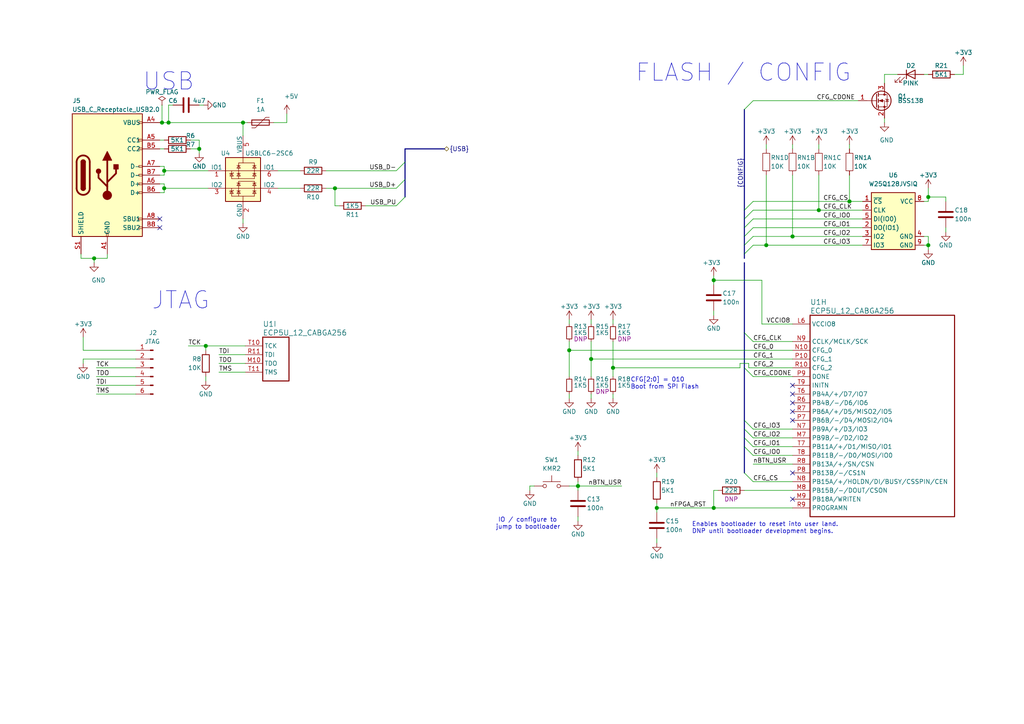
<source format=kicad_sch>
(kicad_sch (version 20200827) (generator eeschema)
  (page 3 5)
  (paper "A4")
  (bus_alias "CONFIG" (members "CFG_CLK" "CFG_IO[0..3]" "CFG_CDONE" "CFG_CS"))
  (junction (at 27.305 74.93) (diameter 1.016))
  (junction (at 46.99 35.56) (diameter 1.016))
  (junction (at 47.625 49.53) (diameter 1.016))
  (junction (at 47.625 54.61) (diameter 1.016))
  (junction (at 48.895 35.56) (diameter 1.016))
  (junction (at 57.785 43.18) (diameter 1.016))
  (junction (at 59.69 100.33) (diameter 1.016))
  (junction (at 70.485 35.56) (diameter 1.016))
  (junction (at 97.155 54.61) (diameter 1.016))
  (junction (at 165.1 101.6) (diameter 1.016))
  (junction (at 167.64 140.97) (diameter 1.016))
  (junction (at 171.45 104.14) (diameter 1.016))
  (junction (at 177.8 106.68) (diameter 1.016))
  (junction (at 190.5 147.32) (diameter 1.016))
  (junction (at 207.01 81.28) (diameter 1.016))
  (junction (at 207.01 147.32) (diameter 1.016))
  (junction (at 222.25 71.12) (diameter 1.016))
  (junction (at 229.87 68.58) (diameter 1.016))
  (junction (at 237.49 60.96) (diameter 1.016))
  (junction (at 246.38 58.42) (diameter 1.016))
  (junction (at 269.24 57.15) (diameter 1.016))
  (junction (at 269.24 71.12) (diameter 1.016))
  (no_connect (at 229.87 121.92))
  (no_connect (at 229.87 111.76))
  (no_connect (at 229.87 144.78))
  (no_connect (at 46.355 63.5))
  (no_connect (at 229.87 114.3))
  (no_connect (at 229.87 119.38))
  (no_connect (at 229.87 116.84))
  (no_connect (at 46.355 66.04))
  (no_connect (at 229.87 137.16))
  (bus_entry (at 114.935 49.53) (size 2.54 -2.54) (stroke (width 0.1524)))
  (bus_entry (at 114.935 54.61) (size 2.54 -2.54) (stroke (width 0.1524)))
  (bus_entry (at 114.935 59.69) (size 2.54 -2.54) (stroke (width 0.1524)))
  (bus_entry (at 215.9 31.75) (size 2.54 -2.54) (stroke (width 0.1524)))
  (bus_entry (at 215.9 96.52) (size 2.54 2.54) (stroke (width 0.1524)))
  (bus_entry (at 215.9 106.68) (size 2.54 2.54) (stroke (width 0.1524)))
  (bus_entry (at 215.9 121.92) (size 2.54 2.54) (stroke (width 0.1524)))
  (bus_entry (at 215.9 124.46) (size 2.54 2.54) (stroke (width 0.1524)))
  (bus_entry (at 215.9 127) (size 2.54 2.54) (stroke (width 0.1524)))
  (bus_entry (at 215.9 129.54) (size 2.54 2.54) (stroke (width 0.1524)))
  (bus_entry (at 215.9 137.16) (size 2.54 2.54) (stroke (width 0.1524)))
  (bus_entry (at 218.44 58.42) (size -2.54 2.54) (stroke (width 0.1524)))
  (bus_entry (at 218.44 60.96) (size -2.54 2.54) (stroke (width 0.1524)))
  (bus_entry (at 218.44 63.5) (size -2.54 2.54) (stroke (width 0.1524)))
  (bus_entry (at 218.44 66.04) (size -2.54 2.54) (stroke (width 0.1524)))
  (bus_entry (at 218.44 68.58) (size -2.54 2.54) (stroke (width 0.1524)))
  (bus_entry (at 218.44 71.12) (size -2.54 2.54) (stroke (width 0.1524)))
  (wire (pts (xy 23.495 73.66) (xy 23.495 74.93)))
  (wire (pts (xy 23.495 74.93) (xy 27.305 74.93)))
  (wire (pts (xy 24.13 97.79) (xy 24.13 101.6)))
  (wire (pts (xy 24.13 101.6) (xy 39.37 101.6)))
  (wire (pts (xy 24.13 104.14) (xy 24.13 105.41)))
  (wire (pts (xy 24.13 104.14) (xy 39.37 104.14)))
  (wire (pts (xy 27.305 74.93) (xy 27.305 76.2)))
  (wire (pts (xy 27.305 74.93) (xy 31.115 74.93)))
  (wire (pts (xy 27.94 106.68) (xy 39.37 106.68)))
  (wire (pts (xy 27.94 109.22) (xy 39.37 109.22)))
  (wire (pts (xy 27.94 111.76) (xy 39.37 111.76)))
  (wire (pts (xy 27.94 114.3) (xy 39.37 114.3)))
  (wire (pts (xy 31.115 73.66) (xy 31.115 74.93)))
  (wire (pts (xy 46.355 35.56) (xy 46.99 35.56)))
  (wire (pts (xy 46.355 40.64) (xy 47.625 40.64)))
  (wire (pts (xy 46.355 43.18) (xy 47.625 43.18)))
  (wire (pts (xy 46.355 48.26) (xy 47.625 48.26)))
  (wire (pts (xy 46.355 50.8) (xy 47.625 50.8)))
  (wire (pts (xy 46.355 53.34) (xy 47.625 53.34)))
  (wire (pts (xy 46.355 55.88) (xy 47.625 55.88)))
  (wire (pts (xy 46.99 30.48) (xy 46.99 35.56)))
  (wire (pts (xy 46.99 35.56) (xy 48.895 35.56)))
  (wire (pts (xy 47.625 49.53) (xy 47.625 48.26)))
  (wire (pts (xy 47.625 49.53) (xy 60.325 49.53)))
  (wire (pts (xy 47.625 50.8) (xy 47.625 49.53)))
  (wire (pts (xy 47.625 53.34) (xy 47.625 54.61)))
  (wire (pts (xy 47.625 54.61) (xy 47.625 55.88)))
  (wire (pts (xy 47.625 54.61) (xy 60.325 54.61)))
  (wire (pts (xy 48.895 30.48) (xy 48.895 35.56)))
  (wire (pts (xy 48.895 35.56) (xy 70.485 35.56)))
  (wire (pts (xy 50.165 30.48) (xy 48.895 30.48)))
  (wire (pts (xy 55.245 40.64) (xy 57.785 40.64)))
  (wire (pts (xy 55.245 43.18) (xy 57.785 43.18)))
  (wire (pts (xy 57.785 30.48) (xy 59.055 30.48)))
  (wire (pts (xy 57.785 40.64) (xy 57.785 43.18)))
  (wire (pts (xy 57.785 43.18) (xy 57.785 44.45)))
  (wire (pts (xy 59.69 100.33) (xy 54.61 100.33)))
  (wire (pts (xy 59.69 100.33) (xy 59.69 101.6)))
  (wire (pts (xy 59.69 100.33) (xy 71.12 100.33)))
  (wire (pts (xy 59.69 109.22) (xy 59.69 110.49)))
  (wire (pts (xy 70.485 35.56) (xy 70.485 39.37)))
  (wire (pts (xy 70.485 35.56) (xy 71.755 35.56)))
  (wire (pts (xy 70.485 63.5) (xy 70.485 64.77)))
  (wire (pts (xy 71.12 102.87) (xy 63.5 102.87)))
  (wire (pts (xy 71.12 105.41) (xy 63.5 105.41)))
  (wire (pts (xy 71.12 107.95) (xy 63.5 107.95)))
  (wire (pts (xy 80.645 49.53) (xy 86.995 49.53)))
  (wire (pts (xy 80.645 54.61) (xy 86.995 54.61)))
  (wire (pts (xy 83.185 33.02) (xy 83.185 35.56)))
  (wire (pts (xy 83.185 35.56) (xy 79.375 35.56)))
  (wire (pts (xy 94.615 49.53) (xy 114.935 49.53)))
  (wire (pts (xy 94.615 54.61) (xy 97.155 54.61)))
  (wire (pts (xy 97.155 54.61) (xy 97.155 59.69)))
  (wire (pts (xy 97.155 54.61) (xy 114.935 54.61)))
  (wire (pts (xy 98.425 59.69) (xy 97.155 59.69)))
  (wire (pts (xy 106.045 59.69) (xy 114.935 59.69)))
  (wire (pts (xy 153.67 140.97) (xy 153.67 142.24)))
  (wire (pts (xy 154.94 140.97) (xy 153.67 140.97)))
  (wire (pts (xy 165.1 92.71) (xy 165.1 93.98)))
  (wire (pts (xy 165.1 99.06) (xy 165.1 101.6)))
  (wire (pts (xy 165.1 101.6) (xy 165.1 109.22)))
  (wire (pts (xy 165.1 101.6) (xy 229.87 101.6)))
  (wire (pts (xy 165.1 114.3) (xy 165.1 115.57)))
  (wire (pts (xy 167.64 130.81) (xy 167.64 132.08)))
  (wire (pts (xy 167.64 139.7) (xy 167.64 140.97)))
  (wire (pts (xy 167.64 140.97) (xy 165.1 140.97)))
  (wire (pts (xy 167.64 140.97) (xy 167.64 142.24)))
  (wire (pts (xy 167.64 140.97) (xy 180.34 140.97)))
  (wire (pts (xy 167.64 149.86) (xy 167.64 151.13)))
  (wire (pts (xy 171.45 92.71) (xy 171.45 93.98)))
  (wire (pts (xy 171.45 99.06) (xy 171.45 104.14)))
  (wire (pts (xy 171.45 104.14) (xy 171.45 109.22)))
  (wire (pts (xy 171.45 104.14) (xy 229.87 104.14)))
  (wire (pts (xy 171.45 114.3) (xy 171.45 115.57)))
  (wire (pts (xy 177.8 92.71) (xy 177.8 93.98)))
  (wire (pts (xy 177.8 99.06) (xy 177.8 106.68)))
  (wire (pts (xy 177.8 106.68) (xy 177.8 109.22)))
  (wire (pts (xy 177.8 106.68) (xy 214.63 106.68)))
  (wire (pts (xy 177.8 114.3) (xy 177.8 115.57)))
  (wire (pts (xy 190.5 137.16) (xy 190.5 138.43)))
  (wire (pts (xy 190.5 146.05) (xy 190.5 147.32)))
  (wire (pts (xy 190.5 147.32) (xy 190.5 148.59)))
  (wire (pts (xy 190.5 147.32) (xy 207.01 147.32)))
  (wire (pts (xy 190.5 156.21) (xy 190.5 157.48)))
  (wire (pts (xy 207.01 80.01) (xy 207.01 81.28)))
  (wire (pts (xy 207.01 81.28) (xy 207.01 82.55)))
  (wire (pts (xy 207.01 81.28) (xy 220.98 81.28)))
  (wire (pts (xy 207.01 90.17) (xy 207.01 91.44)))
  (wire (pts (xy 207.01 142.24) (xy 207.01 147.32)))
  (wire (pts (xy 207.01 147.32) (xy 229.87 147.32)))
  (wire (pts (xy 208.28 142.24) (xy 207.01 142.24)))
  (wire (pts (xy 214.63 105.41) (xy 214.63 106.68)))
  (wire (pts (xy 215.9 142.24) (xy 229.87 142.24)))
  (wire (pts (xy 217.17 105.41) (xy 214.63 105.41)))
  (wire (pts (xy 217.17 106.68) (xy 217.17 105.41)))
  (wire (pts (xy 217.17 106.68) (xy 229.87 106.68)))
  (wire (pts (xy 218.44 29.21) (xy 248.92 29.21)))
  (wire (pts (xy 218.44 58.42) (xy 246.38 58.42)))
  (wire (pts (xy 218.44 60.96) (xy 237.49 60.96)))
  (wire (pts (xy 218.44 63.5) (xy 250.19 63.5)))
  (wire (pts (xy 218.44 66.04) (xy 250.19 66.04)))
  (wire (pts (xy 218.44 68.58) (xy 229.87 68.58)))
  (wire (pts (xy 218.44 71.12) (xy 222.25 71.12)))
  (wire (pts (xy 218.44 99.06) (xy 229.87 99.06)))
  (wire (pts (xy 218.44 109.22) (xy 229.87 109.22)))
  (wire (pts (xy 218.44 124.46) (xy 229.87 124.46)))
  (wire (pts (xy 218.44 127) (xy 229.87 127)))
  (wire (pts (xy 218.44 129.54) (xy 229.87 129.54)))
  (wire (pts (xy 218.44 132.08) (xy 229.87 132.08)))
  (wire (pts (xy 218.44 134.62) (xy 229.87 134.62)))
  (wire (pts (xy 218.44 139.7) (xy 229.87 139.7)))
  (wire (pts (xy 220.98 81.28) (xy 220.98 93.98)))
  (wire (pts (xy 220.98 93.98) (xy 229.87 93.98)))
  (wire (pts (xy 222.25 41.91) (xy 222.25 43.18)))
  (wire (pts (xy 222.25 50.8) (xy 222.25 71.12)))
  (wire (pts (xy 222.25 71.12) (xy 250.19 71.12)))
  (wire (pts (xy 229.87 41.91) (xy 229.87 43.18)))
  (wire (pts (xy 229.87 50.8) (xy 229.87 68.58)))
  (wire (pts (xy 229.87 68.58) (xy 250.19 68.58)))
  (wire (pts (xy 237.49 41.91) (xy 237.49 43.18)))
  (wire (pts (xy 237.49 50.8) (xy 237.49 60.96)))
  (wire (pts (xy 237.49 60.96) (xy 250.19 60.96)))
  (wire (pts (xy 246.38 41.91) (xy 246.38 43.18)))
  (wire (pts (xy 246.38 50.8) (xy 246.38 58.42)))
  (wire (pts (xy 246.38 58.42) (xy 250.19 58.42)))
  (wire (pts (xy 256.54 21.59) (xy 256.54 24.13)))
  (wire (pts (xy 256.54 34.29) (xy 256.54 35.56)))
  (wire (pts (xy 260.35 21.59) (xy 256.54 21.59)))
  (wire (pts (xy 267.97 21.59) (xy 269.24 21.59)))
  (wire (pts (xy 267.97 68.58) (xy 269.24 68.58)))
  (wire (pts (xy 267.97 71.12) (xy 269.24 71.12)))
  (wire (pts (xy 269.24 54.61) (xy 269.24 57.15)))
  (wire (pts (xy 269.24 57.15) (xy 269.24 58.42)))
  (wire (pts (xy 269.24 57.15) (xy 274.32 57.15)))
  (wire (pts (xy 269.24 58.42) (xy 267.97 58.42)))
  (wire (pts (xy 269.24 68.58) (xy 269.24 71.12)))
  (wire (pts (xy 269.24 71.12) (xy 269.24 72.39)))
  (wire (pts (xy 274.32 57.15) (xy 274.32 58.42)))
  (wire (pts (xy 274.32 66.04) (xy 274.32 67.31)))
  (wire (pts (xy 276.86 21.59) (xy 279.4 21.59)))
  (wire (pts (xy 279.4 19.05) (xy 279.4 21.59)))
  (bus (pts (xy 117.475 43.18) (xy 117.475 46.99)))
  (bus (pts (xy 117.475 43.18) (xy 128.905 43.18)))
  (bus (pts (xy 117.475 46.99) (xy 117.475 52.07)))
  (bus (pts (xy 117.475 52.07) (xy 117.475 57.15)))
  (bus (pts (xy 215.9 31.75) (xy 215.9 60.96)))
  (bus (pts (xy 215.9 60.96) (xy 215.9 63.5)))
  (bus (pts (xy 215.9 63.5) (xy 215.9 66.04)))
  (bus (pts (xy 215.9 66.04) (xy 215.9 68.58)))
  (bus (pts (xy 215.9 68.58) (xy 215.9 71.12)))
  (bus (pts (xy 215.9 71.12) (xy 215.9 73.66)))
  (bus (pts (xy 215.9 73.66) (xy 215.9 74.93)))
  (bus (pts (xy 215.9 76.2) (xy 215.9 96.52)))
  (bus (pts (xy 215.9 96.52) (xy 215.9 106.68)))
  (bus (pts (xy 215.9 106.68) (xy 215.9 121.92)))
  (bus (pts (xy 215.9 121.92) (xy 215.9 124.46)))
  (bus (pts (xy 215.9 124.46) (xy 215.9 127)))
  (bus (pts (xy 215.9 127) (xy 215.9 129.54)))
  (bus (pts (xy 215.9 129.54) (xy 215.9 137.16)))
  (text "USB" (at 56.515 26.67 180) (effects (font (size 5 5)) (justify right bottom)))
  (text "JTAG" (at 60.96 90.17 180) (effects (font (size 5 5)) (justify right bottom)))
  (text "IO / configure to \njump to bootloader" (at 162.56 153.67 180) (effects (font (size 1.27 1.27)) (justify right bottom)))
  (text "CFG[2:0] = 010\nBoot from SPI Flash\n" (at 182.88 113.03 0) (effects (font (size 1.27 1.27)) (justify left bottom)))
  (text "Enables bootloader to reset into user land.\nDNP until bootloader development begins." (at 200.66 154.94 0) (effects (font (size 1.27 1.27)) (justify left bottom)))
  (text "FLASH / CONFIG" (at 247.015 24.13 180) (effects (font (size 5 5)) (justify right bottom)))
  (label "TCK" (at 27.94 106.68 0))
  (label "TDO" (at 27.94 109.22 0))
  (label "TDI" (at 27.94 111.76 0))
  (label "TMS" (at 27.94 114.3 0))
  (label "TCK" (at 54.61 100.33 0))
  (label "TDI" (at 63.5 102.87 0))
  (label "TDO" (at 63.5 105.41 0))
  (label "TMS" (at 63.5 107.95 0))
  (label "USB_D-" (at 114.935 49.53 180))
  (label "USB_D+" (at 114.935 54.61 180))
  (label "USB_PU" (at 114.935 59.69 180))
  (label "nBTN_USR" (at 180.34 140.97 180))
  (label "nFPGA_RST" (at 194.31 147.32 0))
  (label "{CONFIG}" (at 215.9 45.72 270))
  (label "CFG_CLK" (at 218.44 99.06 0))
  (label "CFG_0" (at 218.44 101.6 0))
  (label "CFG_1" (at 218.44 104.14 0))
  (label "CFG_2" (at 218.44 106.68 0))
  (label "CFG_CDONE" (at 218.44 109.22 0))
  (label "CFG_IO3" (at 218.44 124.46 0))
  (label "CFG_IO2" (at 218.44 127 0))
  (label "CFG_IO1" (at 218.44 129.54 0))
  (label "CFG_IO0" (at 218.44 132.08 0))
  (label "nBTN_USR" (at 218.44 134.62 0))
  (label "CFG_CS" (at 218.44 139.7 0))
  (label "VCCIO8" (at 222.25 93.98 0))
  (label "CFG_CDONE" (at 236.855 29.21 0))
  (label "CFG_CS" (at 238.76 58.42 0))
  (label "CFG_CLK" (at 238.76 60.96 0))
  (label "CFG_IO0" (at 238.76 63.5 0))
  (label "CFG_IO1" (at 238.76 66.04 0))
  (label "CFG_IO2" (at 238.76 68.58 0))
  (label "CFG_IO3" (at 238.76 71.12 0))
  (hierarchical_label "{USB}" (shape bidirectional) (at 128.905 43.18 0))
  (symbol (lib_id "power:PWR_FLAG") (at 46.99 30.48 0) (unit 1)
    (property "Reference" "#FLG0105" (effects hide))
    (property "Value" "PWR_FLAG" (at 46.99 26.67 0))
  )
  (symbol (lib_id "power:+3V3") (at 24.13 97.79 0) (mirror y) (unit 1)
    (property "Reference" "#PWR018" (effects hide))
    (property "Value" "+3V3" (at 24.13 93.98 0))
  )
  (symbol (lib_id "power:+5V") (at 83.185 33.02 0) (unit 1)
    (property "Reference" "#PWR0116" (effects hide))
    (property "Value" "+5V" (at 84.455 27.94 0))
  )
  (symbol (lib_id "power:+3V3") (at 165.1 92.71 0) (unit 1)
    (property "Reference" "#PWR0147" (effects hide))
    (property "Value" "+3V3" (at 165.1 88.9 0))
  )
  (symbol (lib_id "power:+3V3") (at 167.64 130.81 0) (unit 1)
    (property "Reference" "#PWR0128" (effects hide))
    (property "Value" "+3V3" (at 167.64 127 0))
  )
  (symbol (lib_id "power:+3V3") (at 171.45 92.71 0) (unit 1)
    (property "Reference" "#PWR0124" (effects hide))
    (property "Value" "+3V3" (at 171.45 88.9 0))
  )
  (symbol (lib_id "power:+3V3") (at 177.8 92.71 0) (unit 1)
    (property "Reference" "#PWR0125" (effects hide))
    (property "Value" "+3V3" (at 177.8 88.9 0))
  )
  (symbol (lib_id "power:+3V3") (at 190.5 137.16 0) (unit 1)
    (property "Reference" "#PWR0135" (effects hide))
    (property "Value" "+3V3" (at 190.5 133.35 0))
  )
  (symbol (lib_id "power:+3V3") (at 207.01 80.01 0) (unit 1)
    (property "Reference" "#PWR0141" (effects hide))
    (property "Value" "+3V3" (at 206.375 76.2 0))
  )
  (symbol (lib_id "power:+3V3") (at 222.25 41.91 0) (unit 1)
    (property "Reference" "#PWR0138" (effects hide))
    (property "Value" "+3V3" (at 222.25 38.1 0))
  )
  (symbol (lib_id "power:+3V3") (at 229.87 41.91 0) (unit 1)
    (property "Reference" "#PWR0136" (effects hide))
    (property "Value" "+3V3" (at 229.87 38.1 0))
  )
  (symbol (lib_id "power:+3V3") (at 237.49 41.91 0) (unit 1)
    (property "Reference" "#PWR0137" (effects hide))
    (property "Value" "+3V3" (at 237.49 38.1 0))
  )
  (symbol (lib_id "power:+3V3") (at 246.38 41.91 0) (unit 1)
    (property "Reference" "#PWR0139" (effects hide))
    (property "Value" "+3V3" (at 246.38 38.1 0))
  )
  (symbol (lib_id "power:+3V3") (at 269.24 54.61 0) (unit 1)
    (property "Reference" "#PWR0130" (effects hide))
    (property "Value" "+3V3" (at 269.24 50.8 0))
  )
  (symbol (lib_id "power:+3V3") (at 279.4 19.05 0) (unit 1)
    (property "Reference" "#PWR0133" (effects hide))
    (property "Value" "+3V3" (at 279.4 15.24 0))
  )
  (symbol (lib_id "power:GND") (at 24.13 105.41 0) (unit 1)
    (property "Reference" "#PWR0118" (effects hide))
    (property "Value" "GND" (at 24.13 109.22 0))
  )
  (symbol (lib_id "power:GND") (at 27.305 76.2 0) (unit 1)
    (property "Reference" "#PWR012" (effects hide))
    (property "Value" "GND" (at 28.575 81.28 0))
  )
  (symbol (lib_id "power:GND") (at 57.785 44.45 0) (unit 1)
    (property "Reference" "#PWR013" (effects hide))
    (property "Value" "GND" (at 57.785 48.26 0))
  )
  (symbol (lib_id "power:GND") (at 59.055 30.48 90) (unit 1)
    (property "Reference" "#PWR014" (effects hide))
    (property "Value" "GND" (at 61.595 30.48 90) (effects (justify right)))
  )
  (symbol (lib_id "power:GND") (at 59.69 110.49 0) (unit 1)
    (property "Reference" "#PWR0148" (effects hide))
    (property "Value" "GND" (at 59.69 114.3 0))
  )
  (symbol (lib_id "power:GND") (at 70.485 64.77 0) (unit 1)
    (property "Reference" "#PWR015" (effects hide))
    (property "Value" "GND" (at 70.485 68.58 0))
  )
  (symbol (lib_id "power:GND") (at 153.67 142.24 0) (unit 1)
    (property "Reference" "#PWR0127" (effects hide))
    (property "Value" "GND" (at 153.67 146.05 0))
  )
  (symbol (lib_id "power:GND") (at 165.1 115.57 0) (unit 1)
    (property "Reference" "#PWR0146" (effects hide))
    (property "Value" "GND" (at 165.1 119.38 0))
  )
  (symbol (lib_id "power:GND") (at 167.64 151.13 0) (unit 1)
    (property "Reference" "#PWR0126" (effects hide))
    (property "Value" "GND" (at 167.64 154.94 0))
  )
  (symbol (lib_id "power:GND") (at 171.45 115.57 0) (unit 1)
    (property "Reference" "#PWR0144" (effects hide))
    (property "Value" "GND" (at 171.45 119.38 0))
  )
  (symbol (lib_id "power:GND") (at 177.8 115.57 0) (unit 1)
    (property "Reference" "#PWR0145" (effects hide))
    (property "Value" "GND" (at 177.8 119.38 0))
  )
  (symbol (lib_id "power:GND") (at 190.5 157.48 0) (unit 1)
    (property "Reference" "#PWR0134" (effects hide))
    (property "Value" "GND" (at 190.5 161.29 0))
  )
  (symbol (lib_id "power:GND") (at 207.01 91.44 0) (unit 1)
    (property "Reference" "#PWR0140" (effects hide))
    (property "Value" "GND" (at 207.01 95.25 0))
  )
  (symbol (lib_id "power:GND") (at 256.54 35.56 0) (unit 1)
    (property "Reference" "#PWR0129" (effects hide))
    (property "Value" "GND" (at 257.175 40.64 0))
  )
  (symbol (lib_id "power:GND") (at 269.24 72.39 0) (unit 1)
    (property "Reference" "#PWR0132" (effects hide))
    (property "Value" "GND" (at 269.24 76.2 0))
  )
  (symbol (lib_id "power:GND") (at 274.32 67.31 0) (unit 1)
    (property "Reference" "#PWR0131" (effects hide))
    (property "Value" "GND" (at 274.32 71.12 0))
  )
  (symbol (lib_id "Device:R_Small") (at 165.1 96.52 0) (unit 1)
    (property "Reference" "R13" (at 166.37 93.98 0) (effects (justify left top)))
    (property "Value" "1K5" (at 166.37 96.52 0) (effects (justify left)))
    (property "Footprint" "Resistor_SMD:R_0402_1005Metric" (effects hide))
    (property "DNP" "DNP" (at 166.37 99.06 0) (effects (justify left bottom)))
  )
  (symbol (lib_id "Device:R_Small") (at 165.1 111.76 0) (unit 1)
    (property "Reference" "R14" (at 166.37 109.22 0) (effects (justify left top)))
    (property "Value" "1K5" (at 166.37 111.76 0) (effects (justify left)))
    (property "Footprint" "Resistor_SMD:R_0402_1005Metric" (effects hide))
  )
  (symbol (lib_id "Device:R_Small") (at 171.45 96.52 0) (unit 1)
    (property "Reference" "R15" (at 172.72 93.98 0) (effects (justify left top)))
    (property "Value" "1K5" (at 172.72 96.52 0) (effects (justify left)))
    (property "Footprint" "Resistor_SMD:R_0402_1005Metric" (effects hide))
  )
  (symbol (lib_id "Device:R_Small") (at 171.45 111.76 0) (unit 1)
    (property "Reference" "R16" (at 172.72 109.22 0) (effects (justify left top)))
    (property "Value" "1K5" (at 172.72 111.76 0) (effects (justify left)))
    (property "Footprint" "Resistor_SMD:R_0402_1005Metric" (effects hide))
    (property "DNP" "DNP" (at 172.72 114.3 0) (effects (justify left bottom)))
  )
  (symbol (lib_id "Device:R_Small") (at 177.8 96.52 0) (unit 1)
    (property "Reference" "R17" (at 179.07 93.98 0) (effects (justify left top)))
    (property "Value" "1K5" (at 179.07 96.52 0) (effects (justify left)))
    (property "Footprint" "Resistor_SMD:R_0402_1005Metric" (effects hide))
    (property "DNP" "DNP" (at 179.07 99.06 0) (effects (justify left bottom)))
  )
  (symbol (lib_id "Device:R_Small") (at 177.8 111.76 0) (unit 1)
    (property "Reference" "R18" (at 179.07 109.22 0) (effects (justify left top)))
    (property "Value" "1K5" (at 179.07 111.76 0) (effects (justify left)))
    (property "Footprint" "Resistor_SMD:R_0402_1005Metric" (effects hide))
  )
  (symbol (lib_id "josh-passive:RN") (at 222.25 46.99 90) (unit 4)
    (property "Reference" "RN1" (at 223.52 45.72 90) (effects (justify right)))
    (property "Value" "10K" (at 223.52 48.26 90) (effects (justify right)))
    (property "Footprint" "Resistor_SMD:R_Array_Convex_4x0402" (effects hide))
  )
  (symbol (lib_id "josh-passive:RN") (at 229.87 46.99 90) (unit 2)
    (property "Reference" "RN1" (at 231.14 45.72 90) (effects (justify right)))
    (property "Value" "10K" (at 231.14 48.26 90) (effects (justify right)))
    (property "Footprint" "Resistor_SMD:R_Array_Convex_4x0402" (effects hide))
  )
  (symbol (lib_id "josh-passive:RN") (at 237.49 46.99 90) (unit 3)
    (property "Reference" "RN1" (at 238.76 45.72 90) (effects (justify right)))
    (property "Value" "10K" (at 238.76 48.26 90) (effects (justify right)))
    (property "Footprint" "Resistor_SMD:R_Array_Convex_4x0402" (effects hide))
  )
  (symbol (lib_id "josh-passive:RN") (at 246.38 46.99 90) (unit 1)
    (property "Reference" "RN1" (at 247.65 45.72 90) (effects (justify right)))
    (property "Value" "10K" (at 247.65 48.26 90) (effects (justify right)))
    (property "Footprint" "Resistor_SMD:R_Array_Convex_4x0402" (effects hide))
  )
  (symbol (lib_id "Device:R") (at 51.435 40.64 90) (unit 1)
    (property "Reference" "R6" (at 55.245 39.37 90))
    (property "Value" "5K1" (at 51.435 40.64 90))
    (property "Footprint" "Resistor_SMD:R_0402_1005Metric" (effects hide))
  )
  (symbol (lib_id "Device:R") (at 51.435 43.18 90) (unit 1)
    (property "Reference" "R7" (at 55.245 41.91 90))
    (property "Value" "5K1" (at 51.435 43.18 90))
    (property "Footprint" "Resistor_SMD:R_0402_1005Metric" (effects hide))
  )
  (symbol (lib_id "Device:R") (at 59.69 105.41 0) (mirror y) (unit 1)
    (property "Reference" "R8" (at 58.42 104.14 0) (effects (justify left)))
    (property "Value" "10K" (at 58.42 106.68 0) (effects (justify left)))
    (property "Footprint" "Resistor_SMD:R_0402_1005Metric" (effects hide))
  )
  (symbol (lib_id "Device:R") (at 90.805 49.53 90) (unit 1)
    (property "Reference" "R9" (at 90.805 46.99 90))
    (property "Value" "22R" (at 90.805 49.53 90))
    (property "Footprint" "Resistor_SMD:R_0402_1005Metric" (effects hide))
  )
  (symbol (lib_id "Device:R") (at 90.805 54.61 270) (unit 1)
    (property "Reference" "R10" (at 90.805 57.15 90))
    (property "Value" "22R" (at 90.805 54.61 90))
    (property "Footprint" "Resistor_SMD:R_0402_1005Metric" (effects hide))
  )
  (symbol (lib_id "Device:R") (at 102.235 59.69 90) (mirror x) (unit 1)
    (property "Reference" "R11" (at 102.235 62.23 90))
    (property "Value" "1K5" (at 102.235 59.69 90))
    (property "Footprint" "Resistor_SMD:R_0402_1005Metric" (effects hide))
  )
  (symbol (lib_id "Device:R") (at 167.64 135.89 0) (unit 1)
    (property "Reference" "R12" (at 168.91 133.35 0) (effects (justify left)))
    (property "Value" "5K1" (at 168.91 135.89 0) (effects (justify left)))
    (property "Footprint" "Resistor_SMD:R_0402_1005Metric" (effects hide))
  )
  (symbol (lib_id "Device:R") (at 190.5 142.24 0) (unit 1)
    (property "Reference" "R19" (at 191.77 139.7 0) (effects (justify left)))
    (property "Value" "5K1" (at 191.77 142.24 0) (effects (justify left)))
    (property "Footprint" "Resistor_SMD:R_0402_1005Metric" (effects hide))
  )
  (symbol (lib_id "Device:R") (at 212.09 142.24 90) (unit 1)
    (property "Reference" "R20" (at 212.09 139.7 90))
    (property "Value" "22R" (at 212.09 142.24 90))
    (property "Footprint" "Resistor_SMD:R_0402_1005Metric" (effects hide))
    (property "DNP" "DNP" (at 212.09 144.78 90))
  )
  (symbol (lib_id "Device:R") (at 273.05 21.59 90) (unit 1)
    (property "Reference" "R21" (at 273.05 19.05 90))
    (property "Value" "5K1" (at 273.05 21.59 90))
    (property "Footprint" "Resistor_SMD:R_0402_1005Metric" (effects hide))
  )
  (symbol (lib_id "Device:Polyfuse") (at 75.565 35.56 90) (unit 1)
    (property "Reference" "F1" (at 75.565 29.21 90))
    (property "Value" "1A" (at 75.565 31.75 90))
    (property "Footprint" "josh-passives-smt:Fuse_0603_1608Metric" (effects hide))
  )
  (symbol (lib_id "Device:LED") (at 264.16 21.59 0) (unit 1)
    (property "Reference" "D2" (at 264.16 19.05 0))
    (property "Value" "PINK" (at 264.16 24.13 0))
    (property "Footprint" "LED_SMD:LED_0603_1608Metric" (effects hide))
  )
  (symbol (lib_id "Device:C") (at 53.975 30.48 90) (unit 1)
    (property "Reference" "C6" (at 50.165 29.21 90))
    (property "Value" "4u7" (at 57.785 29.21 90))
    (property "Footprint" "Capacitor_SMD:C_0603_1608Metric" (effects hide))
  )
  (symbol (lib_id "Device:C") (at 167.64 146.05 0) (unit 1)
    (property "Reference" "C13" (at 170.18 144.78 0) (effects (justify left)))
    (property "Value" "100n" (at 170.18 147.32 0) (effects (justify left)))
    (property "Footprint" "Capacitor_SMD:C_0402_1005Metric" (effects hide))
  )
  (symbol (lib_id "Device:C") (at 190.5 152.4 0) (unit 1)
    (property "Reference" "C15" (at 193.04 151.13 0) (effects (justify left)))
    (property "Value" "100n" (at 193.04 153.67 0) (effects (justify left)))
    (property "Footprint" "Capacitor_SMD:C_0402_1005Metric" (effects hide))
  )
  (symbol (lib_id "Device:C") (at 207.01 86.36 0) (unit 1)
    (property "Reference" "C17" (at 209.55 85.09 0) (effects (justify left)))
    (property "Value" "100n" (at 209.55 87.63 0) (effects (justify left)))
    (property "Footprint" "Capacitor_SMD:C_0402_1005Metric" (effects hide))
  )
  (symbol (lib_id "Device:C") (at 274.32 62.23 0) (unit 1)
    (property "Reference" "C18" (at 276.86 60.96 0) (effects (justify left)))
    (property "Value" "100n" (at 276.86 63.5 0) (effects (justify left)))
    (property "Footprint" "Capacitor_SMD:C_0402_1005Metric" (effects hide))
  )
  (symbol (lib_id "Switch:SW_Push") (at 160.02 140.97 0) (unit 1)
    (property "Reference" "SW1" (at 160.02 133.35 0))
    (property "Value" "KMR2" (at 160.02 135.89 0))
    (property "Footprint" "josh-buttons-switches:SW_Push_KMR2" (effects hide))
  )
  (symbol (lib_id "Connector:Conn_01x06_Male") (at 44.45 106.68 0) (mirror y) (unit 1)
    (property "Reference" "J2" (at 43.18 96.52 0) (effects (justify right)))
    (property "Value" "JTAG" (at 41.91 99.06 0) (effects (justify right)))
    (property "Footprint" "josh-connectors:STM_6_PIN_THT_Staggered" (effects hide))
    (property "DNP" "DNP" (effects hide))
  )
  (symbol (lib_id "Transistor_FET:BSS138") (at 254 29.21 0) (unit 1)
    (property "Reference" "Q1" (at 260.35 27.94 0) (effects (justify left)))
    (property "Value" "BSS138" (at 260.35 29.21 0) (effects (justify left)))
    (property "Footprint" "Package_TO_SOT_SMD:SOT-323_SC-70" (effects hide))
  )
  (symbol (lib_id "josh-ic:ECP5U_12_CABGA256") (at 78.74 104.14 0) (unit 9)
    (property "Reference" "U1" (at 76.2 93.98 0) (effects (font (size 1.524 1.524)) (justify left)))
    (property "Value" "ECP5U_12_CABGA256" (at 76.2 96.52 0) (effects (font (size 1.524 1.524)) (justify left)))
    (property "Footprint" "Package_BGA:BGA-256_14.0x14.0mm_Layout16x16_P0.8mm_Ball0.45mm_Pad0.32mm_NSMD" (effects hide))
  )
  (symbol (lib_id "josh-memory:W25Q128JVSIQ") (at 262.89 63.5 0) (unit 1)
    (property "Reference" "U6" (at 259.08 50.8 0))
    (property "Value" "W25Q128JVSIQ" (at 259.08 53.34 0))
    (property "Footprint" "josh-soic-sot-etc:WSON-8-1EP_6x5mm_P1.27mm_EP3.4x4.3mm" (effects hide))
  )
  (symbol (lib_id "josh-ic:USBLC6-2SC6") (at 70.485 52.07 0) (unit 1)
    (property "Reference" "U4" (at 65.405 44.45 0))
    (property "Value" "USBLC6-2SC6" (at 78.105 44.45 0))
    (property "Footprint" "Package_TO_SOT_SMD:SOT-666" (effects hide))
  )
  (symbol (lib_id "Connector:USB_C_Receptacle_USB2.0") (at 31.115 50.8 0) (unit 1)
    (property "Reference" "J5" (at 22.225 29.21 0))
    (property "Value" "USB_C_Receptacle_USB2.0" (at 33.655 31.75 0))
    (property "Footprint" "josh-connectors:USB_C_U262-161N-4BVC11" (effects hide))
  )
  (symbol (lib_id "josh-ic:ECP5U_12_CABGA256") (at 251.46 132.08 0) (unit 8)
    (property "Reference" "U1" (at 234.95 87.63 0) (effects (font (size 1.524 1.524)) (justify left)))
    (property "Value" "ECP5U_12_CABGA256" (at 234.95 90.17 0) (effects (font (size 1.524 1.524)) (justify left)))
    (property "Footprint" "Package_BGA:BGA-256_14.0x14.0mm_Layout16x16_P0.8mm_Ball0.45mm_Pad0.32mm_NSMD" (effects hide))
  )
)
</source>
